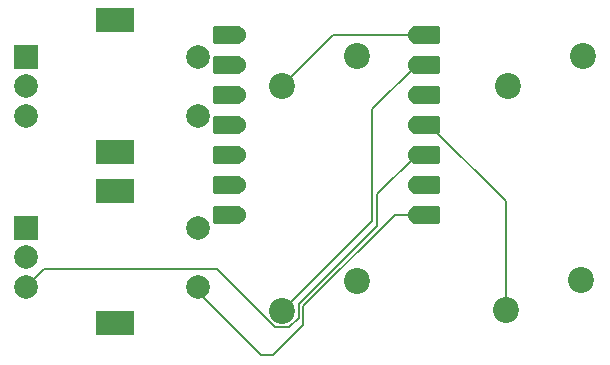
<source format=gbr>
%TF.GenerationSoftware,KiCad,Pcbnew,8.0.6*%
%TF.CreationDate,2024-10-21T22:58:35-05:00*%
%TF.ProjectId,HackPad,4861636b-5061-4642-9e6b-696361645f70,rev?*%
%TF.SameCoordinates,Original*%
%TF.FileFunction,Copper,L2,Bot*%
%TF.FilePolarity,Positive*%
%FSLAX46Y46*%
G04 Gerber Fmt 4.6, Leading zero omitted, Abs format (unit mm)*
G04 Created by KiCad (PCBNEW 8.0.6) date 2024-10-21 22:58:35*
%MOMM*%
%LPD*%
G01*
G04 APERTURE LIST*
G04 Aperture macros list*
%AMRoundRect*
0 Rectangle with rounded corners*
0 $1 Rounding radius*
0 $2 $3 $4 $5 $6 $7 $8 $9 X,Y pos of 4 corners*
0 Add a 4 corners polygon primitive as box body*
4,1,4,$2,$3,$4,$5,$6,$7,$8,$9,$2,$3,0*
0 Add four circle primitives for the rounded corners*
1,1,$1+$1,$2,$3*
1,1,$1+$1,$4,$5*
1,1,$1+$1,$6,$7*
1,1,$1+$1,$8,$9*
0 Add four rect primitives between the rounded corners*
20,1,$1+$1,$2,$3,$4,$5,0*
20,1,$1+$1,$4,$5,$6,$7,0*
20,1,$1+$1,$6,$7,$8,$9,0*
20,1,$1+$1,$8,$9,$2,$3,0*%
G04 Aperture macros list end*
%TA.AperFunction,ComponentPad*%
%ADD10C,2.200000*%
%TD*%
%TA.AperFunction,ComponentPad*%
%ADD11R,2.000000X2.000000*%
%TD*%
%TA.AperFunction,ComponentPad*%
%ADD12C,2.000000*%
%TD*%
%TA.AperFunction,ComponentPad*%
%ADD13R,3.200000X2.000000*%
%TD*%
%TA.AperFunction,SMDPad,CuDef*%
%ADD14RoundRect,0.152400X-1.063600X-0.609600X1.063600X-0.609600X1.063600X0.609600X-1.063600X0.609600X0*%
%TD*%
%TA.AperFunction,ComponentPad*%
%ADD15C,1.524000*%
%TD*%
%TA.AperFunction,SMDPad,CuDef*%
%ADD16RoundRect,0.152400X1.063600X0.609600X-1.063600X0.609600X-1.063600X-0.609600X1.063600X-0.609600X0*%
%TD*%
%TA.AperFunction,Conductor*%
%ADD17C,0.200000*%
%TD*%
G04 APERTURE END LIST*
D10*
%TO.P,SW4,1,1*%
%TO.N,GND*%
X151460000Y-61420000D03*
%TO.P,SW4,2,2*%
%TO.N,Net-(U1-PA11_A3_D3)*%
X145110000Y-63960000D03*
%TD*%
D11*
%TO.P,RE7,A,A*%
%TO.N,Net-(U1-PA9_A5_D5_SCL)*%
X104500000Y-57000000D03*
D12*
%TO.P,RE7,B,B*%
%TO.N,Net-(U1-PA8_A4_D4_SDA)*%
X104500000Y-62000000D03*
%TO.P,RE7,C,C*%
%TO.N,GND*%
X104500000Y-59500000D03*
D13*
%TO.P,RE7,MP*%
%TO.N,N/C*%
X112000000Y-53900000D03*
X112000000Y-65100000D03*
D12*
%TO.P,RE7,S1,S1*%
%TO.N,Net-(U1-PB08_A6_D6_TX)*%
X119000000Y-62000000D03*
%TO.P,RE7,S2,S2*%
%TO.N,GND*%
X119000000Y-57000000D03*
%TD*%
D11*
%TO.P,RE6,A,A*%
%TO.N,Net-(U1-PA5_A9_D9_MISO)*%
X104500000Y-42500000D03*
D12*
%TO.P,RE6,B,B*%
%TO.N,Net-(U1-PA7_A8_D8_SCK)*%
X104500000Y-47500000D03*
%TO.P,RE6,C,C*%
%TO.N,GND*%
X104500000Y-45000000D03*
D13*
%TO.P,RE6,MP*%
%TO.N,N/C*%
X112000000Y-39400000D03*
X112000000Y-50600000D03*
D12*
%TO.P,RE6,S1,S1*%
%TO.N,Net-(U1-PA6_A10_D10_MOSI)*%
X119000000Y-47500000D03*
%TO.P,RE6,S2,S2*%
%TO.N,GND*%
X119000000Y-42500000D03*
%TD*%
D10*
%TO.P,SW2,1,1*%
%TO.N,GND*%
X132500000Y-61500000D03*
%TO.P,SW2,2,2*%
%TO.N,Net-(U1-PA4_A1_D1)*%
X126150000Y-64040000D03*
%TD*%
%TO.P,SW3,1,1*%
%TO.N,GND*%
X151620000Y-42420000D03*
%TO.P,SW3,2,2*%
%TO.N,Net-(U1-PA10_A2_D2)*%
X145270000Y-44960000D03*
%TD*%
%TO.P,SW1,1,1*%
%TO.N,GND*%
X132460000Y-42420000D03*
%TO.P,SW1,2,2*%
%TO.N,Net-(U1-PA02_A0_D0)*%
X126110000Y-44960000D03*
%TD*%
D14*
%TO.P,U1,1,PA02_A0_D0*%
%TO.N,Net-(U1-PA02_A0_D0)*%
X138375000Y-40648500D03*
D15*
X137540000Y-40648500D03*
D14*
%TO.P,U1,2,PA4_A1_D1*%
%TO.N,Net-(U1-PA4_A1_D1)*%
X138375000Y-43188500D03*
D15*
X137540000Y-43188500D03*
D14*
%TO.P,U1,3,PA10_A2_D2*%
%TO.N,Net-(U1-PA10_A2_D2)*%
X138375000Y-45728500D03*
D15*
X137540000Y-45728500D03*
D14*
%TO.P,U1,4,PA11_A3_D3*%
%TO.N,Net-(U1-PA11_A3_D3)*%
X138375000Y-48268500D03*
D15*
X137540000Y-48268500D03*
D14*
%TO.P,U1,5,PA8_A4_D4_SDA*%
%TO.N,Net-(U1-PA8_A4_D4_SDA)*%
X138375000Y-50808500D03*
D15*
X137540000Y-50808500D03*
D14*
%TO.P,U1,6,PA9_A5_D5_SCL*%
%TO.N,Net-(U1-PA9_A5_D5_SCL)*%
X138375000Y-53348500D03*
D15*
X137540000Y-53348500D03*
D14*
%TO.P,U1,7,PB08_A6_D6_TX*%
%TO.N,Net-(U1-PB08_A6_D6_TX)*%
X138375000Y-55888500D03*
D15*
X137540000Y-55888500D03*
%TO.P,U1,8,PB09_A7_D7_RX*%
%TO.N,unconnected-(U1-PB09_A7_D7_RX-Pad8)*%
X122300000Y-55888500D03*
D16*
X121465000Y-55888500D03*
D15*
%TO.P,U1,9,PA7_A8_D8_SCK*%
%TO.N,Net-(U1-PA7_A8_D8_SCK)*%
X122300000Y-53348500D03*
D16*
X121465000Y-53348500D03*
D15*
%TO.P,U1,10,PA5_A9_D9_MISO*%
%TO.N,Net-(U1-PA5_A9_D9_MISO)*%
X122300000Y-50808500D03*
D16*
X121465000Y-50808500D03*
D15*
%TO.P,U1,11,PA6_A10_D10_MOSI*%
%TO.N,Net-(U1-PA6_A10_D10_MOSI)*%
X122300000Y-48268500D03*
D16*
X121465000Y-48268500D03*
D15*
%TO.P,U1,12,3V3*%
%TO.N,unconnected-(U1-3V3-Pad12)*%
X122300000Y-45728500D03*
D16*
X121465000Y-45728500D03*
D15*
%TO.P,U1,13,GND*%
%TO.N,GND*%
X122300000Y-43188500D03*
D16*
X121465000Y-43188500D03*
D15*
%TO.P,U1,14,5V*%
%TO.N,unconnected-(U1-5V-Pad14)*%
X122300000Y-40648500D03*
D16*
X121465000Y-40648500D03*
%TD*%
D17*
%TO.N,Net-(U1-PA02_A0_D0)*%
X137540000Y-40648500D02*
X130421500Y-40648500D01*
X130421500Y-40648500D02*
X126110000Y-44960000D01*
%TO.N,Net-(U1-PA4_A1_D1)*%
X133800000Y-46928500D02*
X133800000Y-56390000D01*
X137540000Y-43188500D02*
X133800000Y-46928500D01*
X133800000Y-56390000D02*
X126150000Y-64040000D01*
%TO.N,Net-(U1-PA11_A3_D3)*%
X137540000Y-48268500D02*
X138617630Y-48268500D01*
X138617630Y-48268500D02*
X145110000Y-54760870D01*
X145110000Y-54760870D02*
X145110000Y-63960000D01*
%TO.N,Net-(U1-PB08_A6_D6_TX)*%
X127950000Y-65207056D02*
X125377056Y-67780000D01*
X137540000Y-55888500D02*
X135687287Y-55888500D01*
X127950000Y-63625787D02*
X127950000Y-65207056D01*
X125377056Y-67780000D02*
X124382944Y-67780000D01*
X124382944Y-67780000D02*
X119000000Y-62397056D01*
X119000000Y-62397056D02*
X119000000Y-62000000D01*
X135687287Y-55888500D02*
X127950000Y-63625787D01*
%TO.N,Net-(U1-PA8_A4_D4_SDA)*%
X127550000Y-64619899D02*
X126729899Y-65440000D01*
X125570101Y-65440000D02*
X120630101Y-60500000D01*
X126729899Y-65440000D02*
X125570101Y-65440000D01*
X134200000Y-56810101D02*
X127550000Y-63460101D01*
X106000000Y-60500000D02*
X104500000Y-62000000D01*
X134200000Y-54148500D02*
X134200000Y-56810101D01*
X137540000Y-50808500D02*
X134200000Y-54148500D01*
X120630101Y-60500000D02*
X106000000Y-60500000D01*
X127550000Y-63460101D02*
X127550000Y-64619899D01*
%TD*%
M02*

</source>
